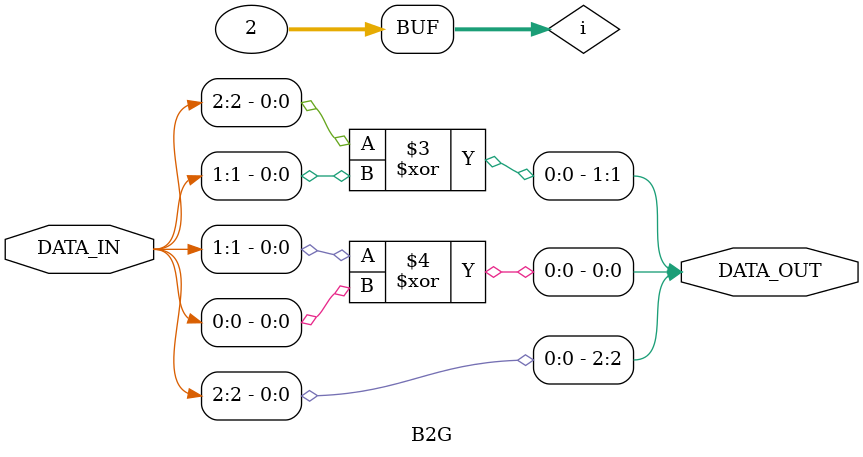
<source format=v>
module B2G #(
	parameter DATA_LENGTH = 3
)
(
	input  wire [DATA_LENGTH-1:0] DATA_IN,
	output reg  [DATA_LENGTH-1:0] DATA_OUT 
);

integer i;

always @(*) begin
	for (i = 0;i < DATA_LENGTH - 1;i = i + 1) begin
		DATA_OUT[DATA_LENGTH-i-2] = DATA_IN[DATA_LENGTH-i-1] ^ DATA_IN[DATA_LENGTH-i-2];
	end
	DATA_OUT[DATA_LENGTH-1] = DATA_IN[DATA_LENGTH-1];
end

endmodule
</source>
